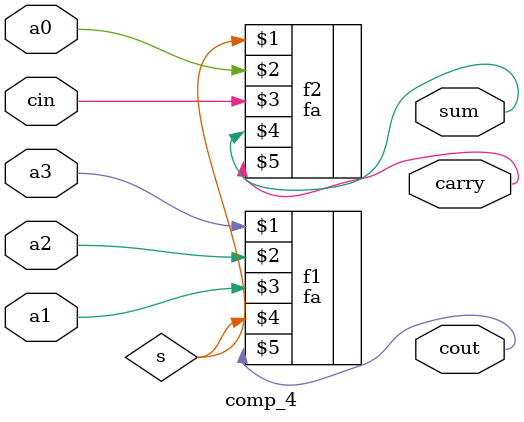
<source format=v>
`timescale 1ns / 1ps


module comp_4(input a3,input a2,input a1,input a0,input cin,output sum,output carry,output cout);

wire s;
fa f1(a3,a2,a1,s,cout);
fa f2(s,a0,cin,sum,carry);
endmodule

</source>
